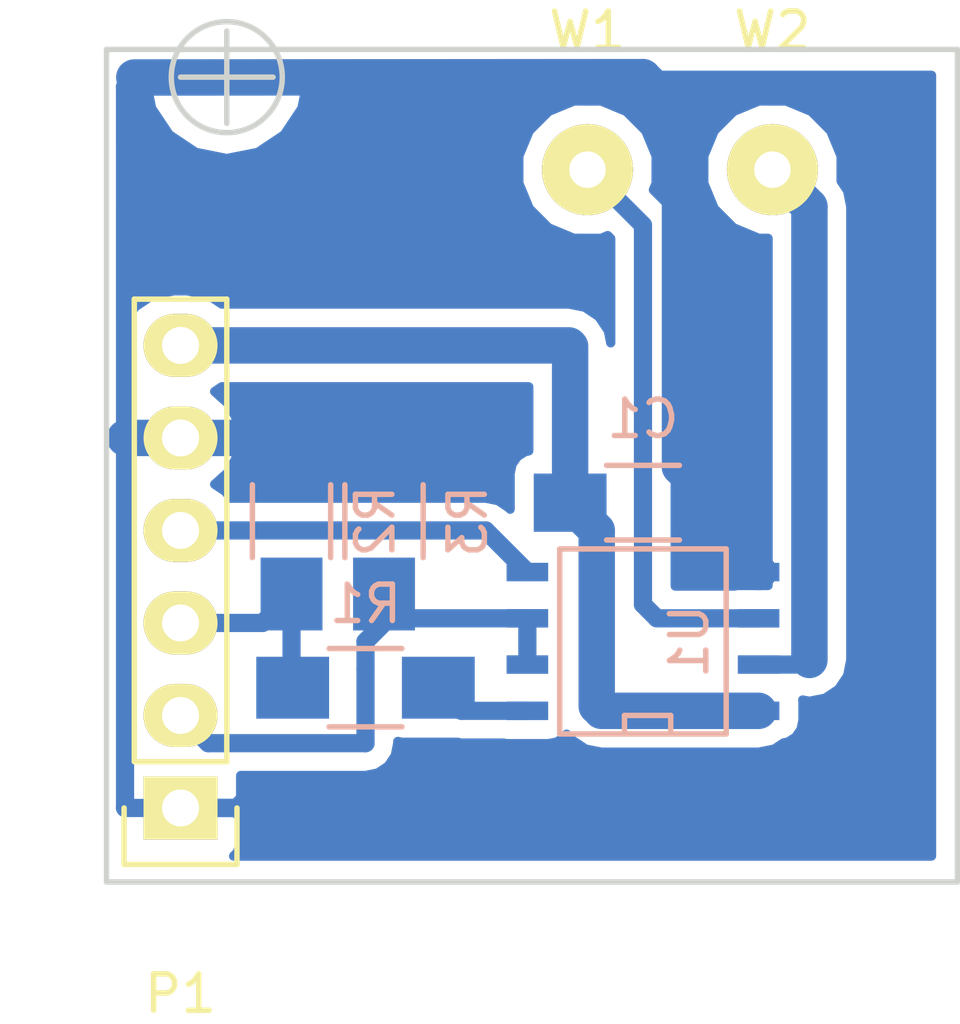
<source format=kicad_pcb>
(kicad_pcb (version 4) (host pcbnew "(2015-12-10 BZR 6367)-product")

  (general
    (links 16)
    (no_connects 0)
    (area 117.827667 86.759 144.422 115.295)
    (thickness 1.6)
    (drawings 8)
    (tracks 54)
    (zones 0)
    (modules 8)
    (nets 9)
  )

  (page A4)
  (layers
    (0 F.Cu signal)
    (31 B.Cu signal)
    (32 B.Adhes user)
    (33 F.Adhes user)
    (34 B.Paste user)
    (35 F.Paste user)
    (36 B.SilkS user)
    (37 F.SilkS user)
    (38 B.Mask user)
    (39 F.Mask user)
    (40 Dwgs.User user)
    (41 Cmts.User user)
    (42 Eco1.User user)
    (43 Eco2.User user)
    (44 Edge.Cuts user)
    (45 Margin user)
    (46 B.CrtYd user)
    (47 F.CrtYd user)
    (48 B.Fab user)
    (49 F.Fab user)
  )

  (setup
    (last_trace_width 0.25)
    (user_trace_width 0.25)
    (user_trace_width 0.5)
    (user_trace_width 0.75)
    (user_trace_width 1)
    (user_trace_width 1.5)
    (user_trace_width 2)
    (user_trace_width 3)
    (user_trace_width 5)
    (trace_clearance 0.2)
    (zone_clearance 0.508)
    (zone_45_only no)
    (trace_min 0.2)
    (segment_width 0.2)
    (edge_width 0.15)
    (via_size 0.6)
    (via_drill 0.4)
    (via_min_size 0.4)
    (via_min_drill 0.3)
    (uvia_size 0.3)
    (uvia_drill 0.1)
    (uvias_allowed no)
    (uvia_min_size 0.2)
    (uvia_min_drill 0.1)
    (pcb_text_width 0.3)
    (pcb_text_size 1.5 1.5)
    (mod_edge_width 0.15)
    (mod_text_size 1 1)
    (mod_text_width 0.15)
    (pad_size 1.524 1.524)
    (pad_drill 0.762)
    (pad_to_mask_clearance 0.2)
    (aux_axis_origin 0 0)
    (visible_elements FFFFFF7F)
    (pcbplotparams
      (layerselection 0x00030_ffffffff)
      (usegerberextensions false)
      (excludeedgelayer true)
      (linewidth 0.100000)
      (plotframeref false)
      (viasonmask false)
      (mode 1)
      (useauxorigin false)
      (hpglpennumber 1)
      (hpglpenspeed 20)
      (hpglpendiameter 15)
      (hpglpenoverlay 2)
      (psnegative false)
      (psa4output false)
      (plotreference true)
      (plotvalue true)
      (plotinvisibletext false)
      (padsonsilk false)
      (subtractmaskfromsilk false)
      (outputformat 1)
      (mirror false)
      (drillshape 1)
      (scaleselection 1)
      (outputdirectory ""))
  )

  (net 0 "")
  (net 1 GND)
  (net 2 +5V)
  (net 3 "Net-(P1-Pad2)")
  (net 4 "Net-(P1-Pad3)")
  (net 5 "Net-(P1-Pad4)")
  (net 6 "Net-(R1-Pad1)")
  (net 7 "Net-(U1-Pad7)")
  (net 8 "Net-(U1-Pad6)")

  (net_class Default "Это класс цепей по умолчанию."
    (clearance 0.2)
    (trace_width 0.25)
    (via_dia 0.6)
    (via_drill 0.4)
    (uvia_dia 0.3)
    (uvia_drill 0.1)
    (add_net +5V)
    (add_net GND)
    (add_net "Net-(P1-Pad2)")
    (add_net "Net-(P1-Pad3)")
    (add_net "Net-(P1-Pad4)")
    (add_net "Net-(R1-Pad1)")
    (add_net "Net-(U1-Pad6)")
    (add_net "Net-(U1-Pad7)")
  )

  (module Capacitors_SMD:C_1206_HandSoldering (layer B.Cu) (tedit 541A9C03) (tstamp 57260A08)
    (at 135.636 100.838 180)
    (descr "Capacitor SMD 1206, hand soldering")
    (tags "capacitor 1206")
    (path /57260A18)
    (attr smd)
    (fp_text reference C1 (at 0 2.3 180) (layer B.SilkS)
      (effects (font (size 1 1) (thickness 0.15)) (justify mirror))
    )
    (fp_text value 0.1 (at 0 -2.3 180) (layer B.Fab)
      (effects (font (size 1 1) (thickness 0.15)) (justify mirror))
    )
    (fp_line (start -3.3 1.15) (end 3.3 1.15) (layer B.CrtYd) (width 0.05))
    (fp_line (start -3.3 -1.15) (end 3.3 -1.15) (layer B.CrtYd) (width 0.05))
    (fp_line (start -3.3 1.15) (end -3.3 -1.15) (layer B.CrtYd) (width 0.05))
    (fp_line (start 3.3 1.15) (end 3.3 -1.15) (layer B.CrtYd) (width 0.05))
    (fp_line (start 1 1.025) (end -1 1.025) (layer B.SilkS) (width 0.15))
    (fp_line (start -1 -1.025) (end 1 -1.025) (layer B.SilkS) (width 0.15))
    (pad 1 smd rect (at -2 0 180) (size 2 1.6) (layers B.Cu B.Paste B.Mask)
      (net 1 GND))
    (pad 2 smd rect (at 2 0 180) (size 2 1.6) (layers B.Cu B.Paste B.Mask)
      (net 2 +5V))
    (model Capacitors_SMD.3dshapes/C_1206_HandSoldering.wrl
      (at (xyz 0 0 0))
      (scale (xyz 1 1 1))
      (rotate (xyz 0 0 0))
    )
  )

  (module Pin_Headers:Pin_Header_Straight_1x06 (layer F.Cu) (tedit 0) (tstamp 57260A1D)
    (at 122.936 109.22 180)
    (descr "Through hole pin header")
    (tags "pin header")
    (path /572606B7)
    (fp_text reference P1 (at 0 -5.1 180) (layer F.SilkS)
      (effects (font (size 1 1) (thickness 0.15)))
    )
    (fp_text value CONN_01X06 (at 0 -3.1 180) (layer F.Fab)
      (effects (font (size 1 1) (thickness 0.15)))
    )
    (fp_line (start -1.75 -1.75) (end -1.75 14.45) (layer F.CrtYd) (width 0.05))
    (fp_line (start 1.75 -1.75) (end 1.75 14.45) (layer F.CrtYd) (width 0.05))
    (fp_line (start -1.75 -1.75) (end 1.75 -1.75) (layer F.CrtYd) (width 0.05))
    (fp_line (start -1.75 14.45) (end 1.75 14.45) (layer F.CrtYd) (width 0.05))
    (fp_line (start 1.27 1.27) (end 1.27 13.97) (layer F.SilkS) (width 0.15))
    (fp_line (start 1.27 13.97) (end -1.27 13.97) (layer F.SilkS) (width 0.15))
    (fp_line (start -1.27 13.97) (end -1.27 1.27) (layer F.SilkS) (width 0.15))
    (fp_line (start 1.55 -1.55) (end 1.55 0) (layer F.SilkS) (width 0.15))
    (fp_line (start 1.27 1.27) (end -1.27 1.27) (layer F.SilkS) (width 0.15))
    (fp_line (start -1.55 0) (end -1.55 -1.55) (layer F.SilkS) (width 0.15))
    (fp_line (start -1.55 -1.55) (end 1.55 -1.55) (layer F.SilkS) (width 0.15))
    (pad 1 thru_hole rect (at 0 0 180) (size 2.032 1.7272) (drill 1.016) (layers *.Cu *.Mask F.SilkS)
      (net 1 GND))
    (pad 2 thru_hole oval (at 0 2.54 180) (size 2.032 1.7272) (drill 1.016) (layers *.Cu *.Mask F.SilkS)
      (net 3 "Net-(P1-Pad2)"))
    (pad 3 thru_hole oval (at 0 5.08 180) (size 2.032 1.7272) (drill 1.016) (layers *.Cu *.Mask F.SilkS)
      (net 4 "Net-(P1-Pad3)"))
    (pad 4 thru_hole oval (at 0 7.62 180) (size 2.032 1.7272) (drill 1.016) (layers *.Cu *.Mask F.SilkS)
      (net 5 "Net-(P1-Pad4)"))
    (pad 5 thru_hole oval (at 0 10.16 180) (size 2.032 1.7272) (drill 1.016) (layers *.Cu *.Mask F.SilkS)
      (net 1 GND))
    (pad 6 thru_hole oval (at 0 12.7 180) (size 2.032 1.7272) (drill 1.016) (layers *.Cu *.Mask F.SilkS)
      (net 2 +5V))
    (model Pin_Headers.3dshapes/Pin_Header_Straight_1x06.wrl
      (at (xyz 0 -0.25 0))
      (scale (xyz 1 1 1))
      (rotate (xyz 0 0 90))
    )
  )

  (module Resistors_SMD:R_1206_HandSoldering (layer B.Cu) (tedit 5418A20D) (tstamp 57260A29)
    (at 128.016 105.918 180)
    (descr "Resistor SMD 1206, hand soldering")
    (tags "resistor 1206")
    (path /57260276)
    (attr smd)
    (fp_text reference R1 (at 0 2.3 180) (layer B.SilkS)
      (effects (font (size 1 1) (thickness 0.15)) (justify mirror))
    )
    (fp_text value 2.2K (at 0 -2.3 180) (layer B.Fab)
      (effects (font (size 1 1) (thickness 0.15)) (justify mirror))
    )
    (fp_line (start -3.3 1.2) (end 3.3 1.2) (layer B.CrtYd) (width 0.05))
    (fp_line (start -3.3 -1.2) (end 3.3 -1.2) (layer B.CrtYd) (width 0.05))
    (fp_line (start -3.3 1.2) (end -3.3 -1.2) (layer B.CrtYd) (width 0.05))
    (fp_line (start 3.3 1.2) (end 3.3 -1.2) (layer B.CrtYd) (width 0.05))
    (fp_line (start 1 -1.075) (end -1 -1.075) (layer B.SilkS) (width 0.15))
    (fp_line (start -1 1.075) (end 1 1.075) (layer B.SilkS) (width 0.15))
    (pad 1 smd rect (at -2 0 180) (size 2 1.7) (layers B.Cu B.Paste B.Mask)
      (net 6 "Net-(R1-Pad1)"))
    (pad 2 smd rect (at 2 0 180) (size 2 1.7) (layers B.Cu B.Paste B.Mask)
      (net 4 "Net-(P1-Pad3)"))
    (model Resistors_SMD.3dshapes/R_1206_HandSoldering.wrl
      (at (xyz 0 0 0))
      (scale (xyz 1 1 1))
      (rotate (xyz 0 0 0))
    )
  )

  (module Resistors_SMD:R_1206_HandSoldering (layer B.Cu) (tedit 5418A20D) (tstamp 57260A35)
    (at 125.984 101.346 90)
    (descr "Resistor SMD 1206, hand soldering")
    (tags "resistor 1206")
    (path /572602D7)
    (attr smd)
    (fp_text reference R2 (at 0 2.3 90) (layer B.SilkS)
      (effects (font (size 1 1) (thickness 0.15)) (justify mirror))
    )
    (fp_text value 3.3K (at 0 -2.3 90) (layer B.Fab)
      (effects (font (size 1 1) (thickness 0.15)) (justify mirror))
    )
    (fp_line (start -3.3 1.2) (end 3.3 1.2) (layer B.CrtYd) (width 0.05))
    (fp_line (start -3.3 -1.2) (end 3.3 -1.2) (layer B.CrtYd) (width 0.05))
    (fp_line (start -3.3 1.2) (end -3.3 -1.2) (layer B.CrtYd) (width 0.05))
    (fp_line (start 3.3 1.2) (end 3.3 -1.2) (layer B.CrtYd) (width 0.05))
    (fp_line (start 1 -1.075) (end -1 -1.075) (layer B.SilkS) (width 0.15))
    (fp_line (start -1 1.075) (end 1 1.075) (layer B.SilkS) (width 0.15))
    (pad 1 smd rect (at -2 0 90) (size 2 1.7) (layers B.Cu B.Paste B.Mask)
      (net 4 "Net-(P1-Pad3)"))
    (pad 2 smd rect (at 2 0 90) (size 2 1.7) (layers B.Cu B.Paste B.Mask)
      (net 1 GND))
    (model Resistors_SMD.3dshapes/R_1206_HandSoldering.wrl
      (at (xyz 0 0 0))
      (scale (xyz 1 1 1))
      (rotate (xyz 0 0 0))
    )
  )

  (module Resistors_SMD:R_1206_HandSoldering (layer B.Cu) (tedit 5418A20D) (tstamp 57260A41)
    (at 128.524 101.346 90)
    (descr "Resistor SMD 1206, hand soldering")
    (tags "resistor 1206")
    (path /572603E6)
    (attr smd)
    (fp_text reference R3 (at 0 2.3 90) (layer B.SilkS)
      (effects (font (size 1 1) (thickness 0.15)) (justify mirror))
    )
    (fp_text value "10 k" (at 0 -2.3 90) (layer B.Fab)
      (effects (font (size 1 1) (thickness 0.15)) (justify mirror))
    )
    (fp_line (start -3.3 1.2) (end 3.3 1.2) (layer B.CrtYd) (width 0.05))
    (fp_line (start -3.3 -1.2) (end 3.3 -1.2) (layer B.CrtYd) (width 0.05))
    (fp_line (start -3.3 1.2) (end -3.3 -1.2) (layer B.CrtYd) (width 0.05))
    (fp_line (start 3.3 1.2) (end 3.3 -1.2) (layer B.CrtYd) (width 0.05))
    (fp_line (start 1 -1.075) (end -1 -1.075) (layer B.SilkS) (width 0.15))
    (fp_line (start -1 1.075) (end 1 1.075) (layer B.SilkS) (width 0.15))
    (pad 1 smd rect (at -2 0 90) (size 2 1.7) (layers B.Cu B.Paste B.Mask)
      (net 3 "Net-(P1-Pad2)"))
    (pad 2 smd rect (at 2 0 90) (size 2 1.7) (layers B.Cu B.Paste B.Mask)
      (net 1 GND))
    (model Resistors_SMD.3dshapes/R_1206_HandSoldering.wrl
      (at (xyz 0 0 0))
      (scale (xyz 1 1 1))
      (rotate (xyz 0 0 0))
    )
  )

  (module SMD_Packages:SOIC-8-N (layer B.Cu) (tedit 0) (tstamp 57260A54)
    (at 135.636 104.648 90)
    (descr "Module Narrow CMS SOJ 8 pins large")
    (tags "CMS SOJ")
    (path /5725F74A)
    (attr smd)
    (fp_text reference U1 (at 0 1.27 90) (layer B.SilkS)
      (effects (font (size 1 1) (thickness 0.15)) (justify mirror))
    )
    (fp_text value SP3485EN (at 0 -1.27 90) (layer B.Fab)
      (effects (font (size 1 1) (thickness 0.15)) (justify mirror))
    )
    (fp_line (start -2.54 2.286) (end 2.54 2.286) (layer B.SilkS) (width 0.15))
    (fp_line (start 2.54 2.286) (end 2.54 -2.286) (layer B.SilkS) (width 0.15))
    (fp_line (start 2.54 -2.286) (end -2.54 -2.286) (layer B.SilkS) (width 0.15))
    (fp_line (start -2.54 -2.286) (end -2.54 2.286) (layer B.SilkS) (width 0.15))
    (fp_line (start -2.54 0.762) (end -2.032 0.762) (layer B.SilkS) (width 0.15))
    (fp_line (start -2.032 0.762) (end -2.032 -0.508) (layer B.SilkS) (width 0.15))
    (fp_line (start -2.032 -0.508) (end -2.54 -0.508) (layer B.SilkS) (width 0.15))
    (pad 8 smd rect (at -1.905 3.175 90) (size 0.508 1.143) (layers B.Cu B.Paste B.Mask)
      (net 2 +5V))
    (pad 7 smd rect (at -0.635 3.175 90) (size 0.508 1.143) (layers B.Cu B.Paste B.Mask)
      (net 7 "Net-(U1-Pad7)"))
    (pad 6 smd rect (at 0.635 3.175 90) (size 0.508 1.143) (layers B.Cu B.Paste B.Mask)
      (net 8 "Net-(U1-Pad6)"))
    (pad 5 smd rect (at 1.905 3.175 90) (size 0.508 1.143) (layers B.Cu B.Paste B.Mask)
      (net 1 GND))
    (pad 4 smd rect (at 1.905 -3.175 90) (size 0.508 1.143) (layers B.Cu B.Paste B.Mask)
      (net 5 "Net-(P1-Pad4)"))
    (pad 3 smd rect (at 0.635 -3.175 90) (size 0.508 1.143) (layers B.Cu B.Paste B.Mask)
      (net 3 "Net-(P1-Pad2)"))
    (pad 2 smd rect (at -0.635 -3.175 90) (size 0.508 1.143) (layers B.Cu B.Paste B.Mask)
      (net 3 "Net-(P1-Pad2)"))
    (pad 1 smd rect (at -1.905 -3.175 90) (size 0.508 1.143) (layers B.Cu B.Paste B.Mask)
      (net 6 "Net-(R1-Pad1)"))
    (model SMD_Packages.3dshapes/SOIC-8-N.wrl
      (at (xyz 0 0 0))
      (scale (xyz 0.5 0.38 0.5))
      (rotate (xyz 0 0 0))
    )
  )

  (module Wire_Pads:SolderWirePad_single_1mmDrill (layer F.Cu) (tedit 0) (tstamp 57260A59)
    (at 134.112 91.694)
    (path /57260AAE)
    (fp_text reference W1 (at 0 -3.81) (layer F.SilkS)
      (effects (font (size 1 1) (thickness 0.15)))
    )
    (fp_text value A (at -1.905 3.175) (layer F.Fab)
      (effects (font (size 1 1) (thickness 0.15)))
    )
    (pad 1 thru_hole circle (at 0 0) (size 2.49936 2.49936) (drill 1.00076) (layers *.Cu *.Mask F.SilkS)
      (net 8 "Net-(U1-Pad6)"))
  )

  (module Wire_Pads:SolderWirePad_single_1mmDrill (layer F.Cu) (tedit 0) (tstamp 57260A5E)
    (at 139.192 91.694)
    (path /57260AEA)
    (fp_text reference W2 (at 0 -3.81) (layer F.SilkS)
      (effects (font (size 1 1) (thickness 0.15)))
    )
    (fp_text value B (at -1.905 3.175) (layer F.Fab)
      (effects (font (size 1 1) (thickness 0.15)))
    )
    (pad 1 thru_hole circle (at 0 0) (size 2.49936 2.49936) (drill 1.00076) (layers *.Cu *.Mask F.SilkS)
      (net 7 "Net-(U1-Pad7)"))
  )

  (gr_text "R-Pi RS-485 shield\n(C) Sergey Portnov\nCC-BY-SA 4.0" (at 144.272 96.774) (layer Dwgs.User)
    (effects (font (size 1.5 1.5) (thickness 0.3)) (justify left mirror))
  )
  (gr_line (start 120.904 111.252) (end 120.904 88.392) (angle 90) (layer Edge.Cuts) (width 0.15))
  (gr_line (start 144.272 111.252) (end 120.904 111.252) (angle 90) (layer Edge.Cuts) (width 0.15))
  (gr_line (start 144.272 88.392) (end 144.272 111.252) (angle 90) (layer Edge.Cuts) (width 0.15))
  (gr_line (start 120.904 88.392) (end 144.272 88.392) (angle 90) (layer Edge.Cuts) (width 0.15))
  (gr_line (start 124.206 87.884) (end 124.206 90.424) (angle 90) (layer Edge.Cuts) (width 0.15))
  (gr_line (start 122.936 89.154) (end 125.476 89.154) (angle 90) (layer Edge.Cuts) (width 0.15))
  (gr_circle (center 124.206 89.154) (end 125.73 89.154) (layer Edge.Cuts) (width 0.15))

  (segment (start 121.412 99.06) (end 121.41169 89.416986) (width 0.5) (layer B.Cu) (net 1))
  (segment (start 136.652 99.854) (end 137.636 100.838) (width 1) (layer B.Cu) (net 1) (tstamp 57277B68))
  (segment (start 136.652 90.17) (end 136.652 99.854) (width 1) (layer B.Cu) (net 1) (tstamp 57277B61))
  (segment (start 135.636 89.154) (end 136.652 90.17) (width 1) (layer B.Cu) (net 1) (tstamp 57277B5A))
  (segment (start 121.66569 89.162986) (end 135.636 89.154) (width 1) (layer B.Cu) (net 1) (tstamp 57277B4C))
  (segment (start 121.41169 89.416986) (end 121.66569 89.162986) (width 0.5) (layer B.Cu) (net 1) (tstamp 57277B45))
  (segment (start 137.636 100.838) (end 137.636 101.568) (width 0.5) (layer B.Cu) (net 1))
  (segment (start 137.636 101.568) (end 138.811 102.743) (width 1) (layer B.Cu) (net 1) (tstamp 57277B0A))
  (segment (start 122.936 99.06) (end 121.412 99.06) (width 1) (layer B.Cu) (net 1))
  (segment (start 121.412 109.22) (end 122.936 109.22) (width 0.5) (layer B.Cu) (net 1) (tstamp 57277919))
  (segment (start 121.412 99.314) (end 121.412 109.22) (width 0.5) (layer B.Cu) (net 1) (tstamp 5727790D))
  (segment (start 121.412 99.06) (end 121.412 99.314) (width 0.5) (layer B.Cu) (net 1) (tstamp 57277906))
  (segment (start 122.936 99.06) (end 125.698 99.06) (width 1) (layer B.Cu) (net 1))
  (segment (start 125.698 99.06) (end 125.984 99.346) (width 0.5) (layer B.Cu) (net 1) (tstamp 57262387))
  (segment (start 125.984 99.346) (end 128.524 99.346) (width 1) (layer B.Cu) (net 1))
  (segment (start 128.207 99.346) (end 128.81 99.949) (width 0.5) (layer B.Cu) (net 1) (tstamp 57260CFE))
  (segment (start 128.778 99.346) (end 128.81 99.314) (width 0.5) (layer B.Cu) (net 1) (tstamp 57260B54))
  (segment (start 133.636 100.838) (end 133.636 100.87) (width 1) (layer B.Cu) (net 2))
  (segment (start 133.636 100.87) (end 134.366 101.6) (width 1) (layer B.Cu) (net 2) (tstamp 57277AE4))
  (segment (start 134.366 101.6) (end 134.366 106.426) (width 1) (layer B.Cu) (net 2) (tstamp 57277AEA))
  (segment (start 134.366 106.426) (end 134.493 106.553) (width 0.5) (layer B.Cu) (net 2) (tstamp 57277AEE))
  (segment (start 134.493 106.553) (end 138.811 106.553) (width 1) (layer B.Cu) (net 2) (tstamp 57277AEF))
  (segment (start 122.936 96.52) (end 133.604 96.52) (width 1) (layer B.Cu) (net 2))
  (segment (start 133.636 96.552) (end 133.636 100.838) (width 1) (layer B.Cu) (net 2) (tstamp 572779BD))
  (segment (start 133.604 96.52) (end 133.636 96.552) (width 0.5) (layer B.Cu) (net 2) (tstamp 572779BB))
  (segment (start 122.936 106.68) (end 123.698 107.442) (width 0.5) (layer B.Cu) (net 3))
  (segment (start 128.016 104.648) (end 128.524 104.14) (width 0.5) (layer B.Cu) (net 3) (tstamp 57262419))
  (segment (start 128.016 105.41) (end 128.016 104.648) (width 0.5) (layer B.Cu) (net 3) (tstamp 57262416))
  (segment (start 128.016 107.442) (end 128.016 105.41) (width 0.5) (layer B.Cu) (net 3) (tstamp 57262412))
  (segment (start 123.698 107.442) (end 128.016 107.442) (width 0.5) (layer B.Cu) (net 3) (tstamp 5726240F))
  (segment (start 128.524 104.14) (end 128.524 103.346) (width 0.5) (layer B.Cu) (net 3) (tstamp 57262432))
  (segment (start 128.524 103.886) (end 128.524 103.346) (width 0.5) (layer B.Cu) (net 3) (tstamp 57262195))
  (segment (start 132.461 104.013) (end 132.461 105.283) (width 0.5) (layer B.Cu) (net 3))
  (segment (start 132.461 104.013) (end 129.191 104.013) (width 0.5) (layer B.Cu) (net 3))
  (segment (start 129.191 104.013) (end 128.524 103.346) (width 0.5) (layer B.Cu) (net 3) (tstamp 5726215C))
  (segment (start 122.936 104.14) (end 125.19 104.14) (width 0.5) (layer B.Cu) (net 4))
  (segment (start 125.19 104.14) (end 125.984 103.346) (width 0.5) (layer B.Cu) (net 4) (tstamp 57262407))
  (segment (start 125.984 103.346) (end 125.984 105.886) (width 0.5) (layer B.Cu) (net 4))
  (segment (start 125.984 105.886) (end 126.016 105.918) (width 0.5) (layer B.Cu) (net 4) (tstamp 57260B4B))
  (segment (start 125.762 105.664) (end 126.016 105.918) (width 0.5) (layer B.Cu) (net 4) (tstamp 57260B47))
  (segment (start 122.936 101.6) (end 131.318 101.6) (width 0.5) (layer B.Cu) (net 5))
  (segment (start 131.318 101.6) (end 132.461 102.743) (width 0.5) (layer B.Cu) (net 5) (tstamp 5726238C))
  (segment (start 122.936 101.6) (end 123.19 101.6) (width 0.5) (layer B.Cu) (net 5))
  (segment (start 132.461 106.553) (end 130.651 106.553) (width 0.5) (layer B.Cu) (net 6))
  (segment (start 130.651 106.553) (end 130.016 105.918) (width 0.5) (layer B.Cu) (net 6) (tstamp 5726219F))
  (segment (start 130.016 105.918) (end 130.016 105.442) (width 0.5) (layer B.Cu) (net 6))
  (segment (start 138.811 105.283) (end 140.081 105.283) (width 0.5) (layer B.Cu) (net 7))
  (segment (start 140.208 92.71) (end 139.192 91.694) (width 1) (layer B.Cu) (net 7) (tstamp 57277B14))
  (segment (start 140.208 105.156) (end 140.208 92.71) (width 1) (layer B.Cu) (net 7) (tstamp 57277B0F))
  (segment (start 140.081 105.283) (end 140.208 105.156) (width 0.5) (layer B.Cu) (net 7) (tstamp 57277B0E))
  (segment (start 138.811 104.013) (end 136.017 104.013) (width 0.5) (layer B.Cu) (net 8))
  (segment (start 135.636 93.218) (end 134.112 91.694) (width 0.5) (layer B.Cu) (net 8) (tstamp 57277AFF))
  (segment (start 135.636 103.632) (end 135.636 93.218) (width 0.5) (layer B.Cu) (net 8) (tstamp 57277AFA))
  (segment (start 136.017 104.013) (end 135.636 103.632) (width 0.5) (layer B.Cu) (net 8) (tstamp 57277AF4))

  (zone (net 1) (net_name GND) (layer B.Cu) (tstamp 57277C51) (hatch edge 0.508)
    (connect_pads thru_hole_only (clearance 0.508))
    (min_thickness 0.254)
    (fill yes (arc_segments 16) (thermal_gap 0.508) (thermal_bridge_width 0.508))
    (polygon
      (pts
        (xy 144.272 111.252) (xy 120.904 111.252) (xy 120.904 88.392) (xy 144.272 88.392) (xy 144.272 111.252)
      )
    )
    (filled_polygon
      (pts
        (xy 121.972 89.154) (xy 122.142053 90.008915) (xy 122.626323 90.733677) (xy 123.351085 91.217947) (xy 124.206 91.388)
        (xy 125.060915 91.217947) (xy 125.785677 90.733677) (xy 126.269947 90.008915) (xy 126.44 89.154) (xy 126.429657 89.102)
        (xy 143.562 89.102) (xy 143.562 110.542) (xy 124.391625 110.542) (xy 124.490327 110.443299) (xy 124.587 110.20991)
        (xy 124.587 109.50575) (xy 124.42825 109.347) (xy 123.063 109.347) (xy 123.063 109.367) (xy 122.809 109.367)
        (xy 122.809 109.347) (xy 122.789 109.347) (xy 122.789 109.093) (xy 122.809 109.093) (xy 122.809 109.073)
        (xy 123.063 109.073) (xy 123.063 109.093) (xy 124.42825 109.093) (xy 124.587 108.93425) (xy 124.587 108.327)
        (xy 128.016 108.327) (xy 128.354675 108.259633) (xy 128.64179 108.06779) (xy 128.833633 107.780675) (xy 128.901 107.442)
        (xy 128.901 107.392152) (xy 129.016 107.41544) (xy 130.537579 107.41544) (xy 130.651 107.438001) (xy 130.651005 107.438)
        (xy 131.808317 107.438) (xy 131.8895 107.45444) (xy 133.0325 107.45444) (xy 133.267817 107.410162) (xy 133.483941 107.27109)
        (xy 133.538497 107.191245) (xy 133.563434 107.228566) (xy 133.639565 107.279435) (xy 133.690434 107.355566) (xy 134.058654 107.601603)
        (xy 134.493 107.688) (xy 138.811 107.688) (xy 139.245346 107.601603) (xy 139.498162 107.432677) (xy 139.617817 107.410162)
        (xy 139.833941 107.27109) (xy 139.978931 107.05889) (xy 140.02994 106.807) (xy 140.02994 106.299) (xy 140.021453 106.253893)
        (xy 140.208 106.291) (xy 140.642346 106.204603) (xy 141.010566 105.958566) (xy 141.256603 105.590346) (xy 141.343 105.156)
        (xy 141.343 92.71) (xy 141.256603 92.275654) (xy 141.076408 92.005974) (xy 141.077006 91.320759) (xy 140.790686 90.627809)
        (xy 140.260979 90.097178) (xy 139.568531 89.809648) (xy 138.818759 89.808994) (xy 138.125809 90.095314) (xy 137.595178 90.625021)
        (xy 137.307648 91.317469) (xy 137.306994 92.067241) (xy 137.593314 92.760191) (xy 138.123021 93.290822) (xy 138.815469 93.578352)
        (xy 139.073 93.578577) (xy 139.073 103.11156) (xy 138.2395 103.11156) (xy 138.152129 103.128) (xy 136.521 103.128)
        (xy 136.521 93.218) (xy 136.453633 92.879325) (xy 136.26179 92.59221) (xy 136.261787 92.592208) (xy 135.921169 92.25159)
        (xy 135.996352 92.070531) (xy 135.997006 91.320759) (xy 135.710686 90.627809) (xy 135.180979 90.097178) (xy 134.488531 89.809648)
        (xy 133.738759 89.808994) (xy 133.045809 90.095314) (xy 132.515178 90.625021) (xy 132.227648 91.317469) (xy 132.226994 92.067241)
        (xy 132.513314 92.760191) (xy 133.043021 93.290822) (xy 133.735469 93.578352) (xy 134.485241 93.579006) (xy 134.669353 93.502933)
        (xy 134.751 93.584579) (xy 134.751 96.451453) (xy 134.684603 96.117654) (xy 134.438566 95.749434) (xy 134.419383 95.736617)
        (xy 134.406566 95.717434) (xy 134.038346 95.471397) (xy 133.604 95.385) (xy 124.067676 95.385) (xy 123.694234 95.135474)
        (xy 123.120745 95.0214) (xy 122.751255 95.0214) (xy 122.177766 95.135474) (xy 121.691585 95.46033) (xy 121.614 95.576444)
        (xy 121.614 89.102) (xy 121.982343 89.102)
      )
    )
    (filled_polygon
      (pts
        (xy 132.501 99.415962) (xy 132.400683 99.434838) (xy 132.184559 99.57391) (xy 132.039569 99.78611) (xy 131.98856 100.038)
        (xy 131.98856 101.01898) (xy 131.94379 100.97421) (xy 131.656675 100.782367) (xy 131.600484 100.77119) (xy 131.318 100.714999)
        (xy 131.317995 100.715) (xy 124.297126 100.715) (xy 124.180415 100.54033) (xy 123.870931 100.333539) (xy 124.286732 99.962036)
        (xy 124.540709 99.434791) (xy 124.543358 99.419026) (xy 124.422217 99.187) (xy 123.063 99.187) (xy 123.063 99.207)
        (xy 122.809 99.207) (xy 122.809 99.187) (xy 122.789 99.187) (xy 122.789 98.933) (xy 122.809 98.933)
        (xy 122.809 98.913) (xy 123.063 98.913) (xy 123.063 98.933) (xy 124.422217 98.933) (xy 124.543358 98.700974)
        (xy 124.540709 98.685209) (xy 124.286732 98.157964) (xy 123.870931 97.786461) (xy 124.067676 97.655) (xy 132.501 97.655)
      )
    )
  )
)

</source>
